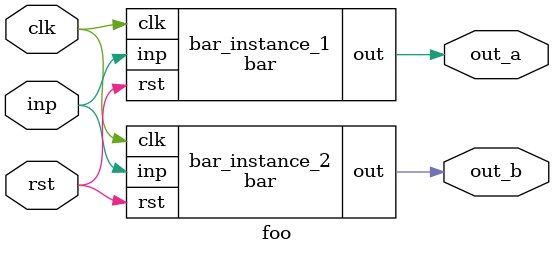
<source format=v>
module bar(clk, rst, inp, out);
  input  wire clk;
  input  wire rst;
  input  wire inp;
  output reg  out;

  always @(posedge clk)
    if (rst) out <= 1'd0;
    else     out <= ~inp;

endmodule

module foo(clk, rst, inp, out_a, out_b);
  input  wire clk;
  input  wire rst;
  input  wire inp;
  output wire out_a;
  output wire out_b;

  bar bar_instance_1 ( (* this_is_clock *) .clk(clk), .rst(rst), .inp(inp), .out(out_a) );
  bar bar_instance_2 ( clk, (* this_is_reset *) rst, inp, out_b );

  initial begin
    $display("PASSED");
  end

endmodule

</source>
